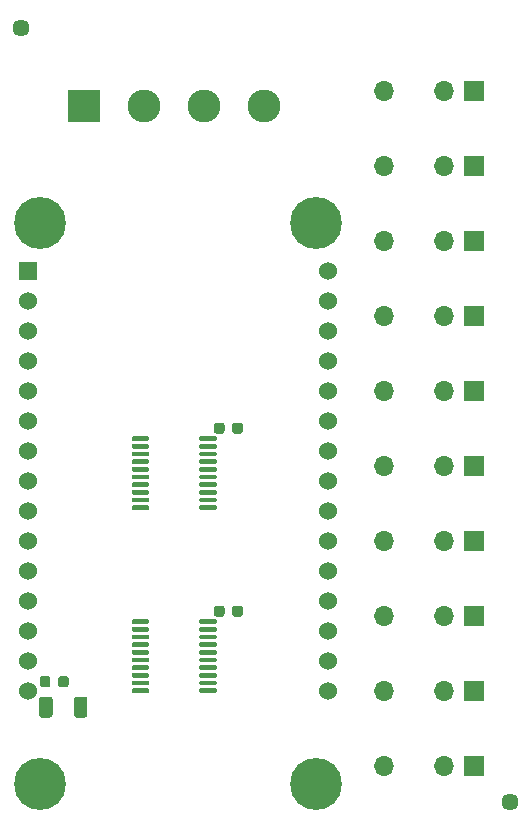
<source format=gbr>
%TF.GenerationSoftware,KiCad,Pcbnew,(5.1.9)-1*%
%TF.CreationDate,2021-06-13T18:55:59+01:00*%
%TF.ProjectId,Controller,436f6e74-726f-46c6-9c65-722e6b696361,rev?*%
%TF.SameCoordinates,Original*%
%TF.FileFunction,Soldermask,Top*%
%TF.FilePolarity,Negative*%
%FSLAX46Y46*%
G04 Gerber Fmt 4.6, Leading zero omitted, Abs format (unit mm)*
G04 Created by KiCad (PCBNEW (5.1.9)-1) date 2021-06-13 18:55:59*
%MOMM*%
%LPD*%
G01*
G04 APERTURE LIST*
%ADD10R,2.780000X2.780000*%
%ADD11C,2.780000*%
%ADD12O,1.700000X1.700000*%
%ADD13R,1.700000X1.700000*%
%ADD14C,1.448000*%
%ADD15C,1.524000*%
%ADD16R,1.524000X1.524000*%
%ADD17C,4.400000*%
G04 APERTURE END LIST*
%TO.C,C4*%
G36*
G01*
X148982000Y-137937001D02*
X148982000Y-136636999D01*
G75*
G02*
X149231999Y-136387000I249999J0D01*
G01*
X149882001Y-136387000D01*
G75*
G02*
X150132000Y-136636999I0J-249999D01*
G01*
X150132000Y-137937001D01*
G75*
G02*
X149882001Y-138187000I-249999J0D01*
G01*
X149231999Y-138187000D01*
G75*
G02*
X148982000Y-137937001I0J249999D01*
G01*
G37*
G36*
G01*
X146032000Y-137937001D02*
X146032000Y-136636999D01*
G75*
G02*
X146281999Y-136387000I249999J0D01*
G01*
X146932001Y-136387000D01*
G75*
G02*
X147182000Y-136636999I0J-249999D01*
G01*
X147182000Y-137937001D01*
G75*
G02*
X146932001Y-138187000I-249999J0D01*
G01*
X146281999Y-138187000D01*
G75*
G02*
X146032000Y-137937001I0J249999D01*
G01*
G37*
%TD*%
%TO.C,C3*%
G36*
G01*
X148545000Y-134878000D02*
X148545000Y-135378000D01*
G75*
G02*
X148320000Y-135603000I-225000J0D01*
G01*
X147870000Y-135603000D01*
G75*
G02*
X147645000Y-135378000I0J225000D01*
G01*
X147645000Y-134878000D01*
G75*
G02*
X147870000Y-134653000I225000J0D01*
G01*
X148320000Y-134653000D01*
G75*
G02*
X148545000Y-134878000I0J-225000D01*
G01*
G37*
G36*
G01*
X146995000Y-134878000D02*
X146995000Y-135378000D01*
G75*
G02*
X146770000Y-135603000I-225000J0D01*
G01*
X146320000Y-135603000D01*
G75*
G02*
X146095000Y-135378000I0J225000D01*
G01*
X146095000Y-134878000D01*
G75*
G02*
X146320000Y-134653000I225000J0D01*
G01*
X146770000Y-134653000D01*
G75*
G02*
X146995000Y-134878000I0J-225000D01*
G01*
G37*
%TD*%
D10*
%TO.C,J11*%
X149860000Y-86360000D03*
D11*
X154940000Y-86360000D03*
X160020000Y-86360000D03*
X165100000Y-86360000D03*
%TD*%
D12*
%TO.C,J5*%
X175260000Y-116840000D03*
X180340000Y-116840000D03*
D13*
X182880000Y-116840000D03*
%TD*%
D14*
%TO.C,H6*%
X185928000Y-145288000D03*
%TD*%
%TO.C,H5*%
X144526000Y-79756000D03*
%TD*%
D15*
%TO.C,U1*%
X170487065Y-100330000D03*
X170487065Y-102870000D03*
X170487065Y-105410000D03*
X170487065Y-107950000D03*
X170487065Y-110490000D03*
X170487065Y-113030000D03*
X170487065Y-115570000D03*
X170487065Y-118110000D03*
X170487065Y-120650000D03*
X170487065Y-123190000D03*
X170487065Y-125730000D03*
X170487065Y-128270000D03*
X170487065Y-130810000D03*
X170487065Y-133350000D03*
X170487065Y-135890000D03*
X145087065Y-135890000D03*
X145087065Y-133350000D03*
X145087065Y-130810000D03*
X145087065Y-128270000D03*
X145087065Y-125730000D03*
X145087065Y-123190000D03*
X145087065Y-120650000D03*
X145087065Y-118110000D03*
X145087065Y-115570000D03*
X145087065Y-113030000D03*
X145087065Y-110490000D03*
X145087065Y-107950000D03*
X145087065Y-105410000D03*
X145087065Y-102870000D03*
D16*
X145087065Y-100330000D03*
%TD*%
D12*
%TO.C,J10*%
X175260000Y-85090000D03*
X180340000Y-85090000D03*
D13*
X182880000Y-85090000D03*
%TD*%
D12*
%TO.C,J9*%
X175260000Y-91440000D03*
X180340000Y-91440000D03*
D13*
X182880000Y-91440000D03*
%TD*%
%TO.C,IC2*%
G36*
G01*
X159605000Y-130144000D02*
X159605000Y-129944000D01*
G75*
G02*
X159705000Y-129844000I100000J0D01*
G01*
X160980000Y-129844000D01*
G75*
G02*
X161080000Y-129944000I0J-100000D01*
G01*
X161080000Y-130144000D01*
G75*
G02*
X160980000Y-130244000I-100000J0D01*
G01*
X159705000Y-130244000D01*
G75*
G02*
X159605000Y-130144000I0J100000D01*
G01*
G37*
G36*
G01*
X159605000Y-130794000D02*
X159605000Y-130594000D01*
G75*
G02*
X159705000Y-130494000I100000J0D01*
G01*
X160980000Y-130494000D01*
G75*
G02*
X161080000Y-130594000I0J-100000D01*
G01*
X161080000Y-130794000D01*
G75*
G02*
X160980000Y-130894000I-100000J0D01*
G01*
X159705000Y-130894000D01*
G75*
G02*
X159605000Y-130794000I0J100000D01*
G01*
G37*
G36*
G01*
X159605000Y-131444000D02*
X159605000Y-131244000D01*
G75*
G02*
X159705000Y-131144000I100000J0D01*
G01*
X160980000Y-131144000D01*
G75*
G02*
X161080000Y-131244000I0J-100000D01*
G01*
X161080000Y-131444000D01*
G75*
G02*
X160980000Y-131544000I-100000J0D01*
G01*
X159705000Y-131544000D01*
G75*
G02*
X159605000Y-131444000I0J100000D01*
G01*
G37*
G36*
G01*
X159605000Y-132094000D02*
X159605000Y-131894000D01*
G75*
G02*
X159705000Y-131794000I100000J0D01*
G01*
X160980000Y-131794000D01*
G75*
G02*
X161080000Y-131894000I0J-100000D01*
G01*
X161080000Y-132094000D01*
G75*
G02*
X160980000Y-132194000I-100000J0D01*
G01*
X159705000Y-132194000D01*
G75*
G02*
X159605000Y-132094000I0J100000D01*
G01*
G37*
G36*
G01*
X159605000Y-132744000D02*
X159605000Y-132544000D01*
G75*
G02*
X159705000Y-132444000I100000J0D01*
G01*
X160980000Y-132444000D01*
G75*
G02*
X161080000Y-132544000I0J-100000D01*
G01*
X161080000Y-132744000D01*
G75*
G02*
X160980000Y-132844000I-100000J0D01*
G01*
X159705000Y-132844000D01*
G75*
G02*
X159605000Y-132744000I0J100000D01*
G01*
G37*
G36*
G01*
X159605000Y-133394000D02*
X159605000Y-133194000D01*
G75*
G02*
X159705000Y-133094000I100000J0D01*
G01*
X160980000Y-133094000D01*
G75*
G02*
X161080000Y-133194000I0J-100000D01*
G01*
X161080000Y-133394000D01*
G75*
G02*
X160980000Y-133494000I-100000J0D01*
G01*
X159705000Y-133494000D01*
G75*
G02*
X159605000Y-133394000I0J100000D01*
G01*
G37*
G36*
G01*
X159605000Y-134044000D02*
X159605000Y-133844000D01*
G75*
G02*
X159705000Y-133744000I100000J0D01*
G01*
X160980000Y-133744000D01*
G75*
G02*
X161080000Y-133844000I0J-100000D01*
G01*
X161080000Y-134044000D01*
G75*
G02*
X160980000Y-134144000I-100000J0D01*
G01*
X159705000Y-134144000D01*
G75*
G02*
X159605000Y-134044000I0J100000D01*
G01*
G37*
G36*
G01*
X159605000Y-134694000D02*
X159605000Y-134494000D01*
G75*
G02*
X159705000Y-134394000I100000J0D01*
G01*
X160980000Y-134394000D01*
G75*
G02*
X161080000Y-134494000I0J-100000D01*
G01*
X161080000Y-134694000D01*
G75*
G02*
X160980000Y-134794000I-100000J0D01*
G01*
X159705000Y-134794000D01*
G75*
G02*
X159605000Y-134694000I0J100000D01*
G01*
G37*
G36*
G01*
X159605000Y-135344000D02*
X159605000Y-135144000D01*
G75*
G02*
X159705000Y-135044000I100000J0D01*
G01*
X160980000Y-135044000D01*
G75*
G02*
X161080000Y-135144000I0J-100000D01*
G01*
X161080000Y-135344000D01*
G75*
G02*
X160980000Y-135444000I-100000J0D01*
G01*
X159705000Y-135444000D01*
G75*
G02*
X159605000Y-135344000I0J100000D01*
G01*
G37*
G36*
G01*
X159605000Y-135994000D02*
X159605000Y-135794000D01*
G75*
G02*
X159705000Y-135694000I100000J0D01*
G01*
X160980000Y-135694000D01*
G75*
G02*
X161080000Y-135794000I0J-100000D01*
G01*
X161080000Y-135994000D01*
G75*
G02*
X160980000Y-136094000I-100000J0D01*
G01*
X159705000Y-136094000D01*
G75*
G02*
X159605000Y-135994000I0J100000D01*
G01*
G37*
G36*
G01*
X153880000Y-135994000D02*
X153880000Y-135794000D01*
G75*
G02*
X153980000Y-135694000I100000J0D01*
G01*
X155255000Y-135694000D01*
G75*
G02*
X155355000Y-135794000I0J-100000D01*
G01*
X155355000Y-135994000D01*
G75*
G02*
X155255000Y-136094000I-100000J0D01*
G01*
X153980000Y-136094000D01*
G75*
G02*
X153880000Y-135994000I0J100000D01*
G01*
G37*
G36*
G01*
X153880000Y-135344000D02*
X153880000Y-135144000D01*
G75*
G02*
X153980000Y-135044000I100000J0D01*
G01*
X155255000Y-135044000D01*
G75*
G02*
X155355000Y-135144000I0J-100000D01*
G01*
X155355000Y-135344000D01*
G75*
G02*
X155255000Y-135444000I-100000J0D01*
G01*
X153980000Y-135444000D01*
G75*
G02*
X153880000Y-135344000I0J100000D01*
G01*
G37*
G36*
G01*
X153880000Y-134694000D02*
X153880000Y-134494000D01*
G75*
G02*
X153980000Y-134394000I100000J0D01*
G01*
X155255000Y-134394000D01*
G75*
G02*
X155355000Y-134494000I0J-100000D01*
G01*
X155355000Y-134694000D01*
G75*
G02*
X155255000Y-134794000I-100000J0D01*
G01*
X153980000Y-134794000D01*
G75*
G02*
X153880000Y-134694000I0J100000D01*
G01*
G37*
G36*
G01*
X153880000Y-134044000D02*
X153880000Y-133844000D01*
G75*
G02*
X153980000Y-133744000I100000J0D01*
G01*
X155255000Y-133744000D01*
G75*
G02*
X155355000Y-133844000I0J-100000D01*
G01*
X155355000Y-134044000D01*
G75*
G02*
X155255000Y-134144000I-100000J0D01*
G01*
X153980000Y-134144000D01*
G75*
G02*
X153880000Y-134044000I0J100000D01*
G01*
G37*
G36*
G01*
X153880000Y-133394000D02*
X153880000Y-133194000D01*
G75*
G02*
X153980000Y-133094000I100000J0D01*
G01*
X155255000Y-133094000D01*
G75*
G02*
X155355000Y-133194000I0J-100000D01*
G01*
X155355000Y-133394000D01*
G75*
G02*
X155255000Y-133494000I-100000J0D01*
G01*
X153980000Y-133494000D01*
G75*
G02*
X153880000Y-133394000I0J100000D01*
G01*
G37*
G36*
G01*
X153880000Y-132744000D02*
X153880000Y-132544000D01*
G75*
G02*
X153980000Y-132444000I100000J0D01*
G01*
X155255000Y-132444000D01*
G75*
G02*
X155355000Y-132544000I0J-100000D01*
G01*
X155355000Y-132744000D01*
G75*
G02*
X155255000Y-132844000I-100000J0D01*
G01*
X153980000Y-132844000D01*
G75*
G02*
X153880000Y-132744000I0J100000D01*
G01*
G37*
G36*
G01*
X153880000Y-132094000D02*
X153880000Y-131894000D01*
G75*
G02*
X153980000Y-131794000I100000J0D01*
G01*
X155255000Y-131794000D01*
G75*
G02*
X155355000Y-131894000I0J-100000D01*
G01*
X155355000Y-132094000D01*
G75*
G02*
X155255000Y-132194000I-100000J0D01*
G01*
X153980000Y-132194000D01*
G75*
G02*
X153880000Y-132094000I0J100000D01*
G01*
G37*
G36*
G01*
X153880000Y-131444000D02*
X153880000Y-131244000D01*
G75*
G02*
X153980000Y-131144000I100000J0D01*
G01*
X155255000Y-131144000D01*
G75*
G02*
X155355000Y-131244000I0J-100000D01*
G01*
X155355000Y-131444000D01*
G75*
G02*
X155255000Y-131544000I-100000J0D01*
G01*
X153980000Y-131544000D01*
G75*
G02*
X153880000Y-131444000I0J100000D01*
G01*
G37*
G36*
G01*
X153880000Y-130794000D02*
X153880000Y-130594000D01*
G75*
G02*
X153980000Y-130494000I100000J0D01*
G01*
X155255000Y-130494000D01*
G75*
G02*
X155355000Y-130594000I0J-100000D01*
G01*
X155355000Y-130794000D01*
G75*
G02*
X155255000Y-130894000I-100000J0D01*
G01*
X153980000Y-130894000D01*
G75*
G02*
X153880000Y-130794000I0J100000D01*
G01*
G37*
G36*
G01*
X153880000Y-130144000D02*
X153880000Y-129944000D01*
G75*
G02*
X153980000Y-129844000I100000J0D01*
G01*
X155255000Y-129844000D01*
G75*
G02*
X155355000Y-129944000I0J-100000D01*
G01*
X155355000Y-130144000D01*
G75*
G02*
X155255000Y-130244000I-100000J0D01*
G01*
X153980000Y-130244000D01*
G75*
G02*
X153880000Y-130144000I0J100000D01*
G01*
G37*
%TD*%
%TO.C,IC1*%
G36*
G01*
X159605000Y-114650000D02*
X159605000Y-114450000D01*
G75*
G02*
X159705000Y-114350000I100000J0D01*
G01*
X160980000Y-114350000D01*
G75*
G02*
X161080000Y-114450000I0J-100000D01*
G01*
X161080000Y-114650000D01*
G75*
G02*
X160980000Y-114750000I-100000J0D01*
G01*
X159705000Y-114750000D01*
G75*
G02*
X159605000Y-114650000I0J100000D01*
G01*
G37*
G36*
G01*
X159605000Y-115300000D02*
X159605000Y-115100000D01*
G75*
G02*
X159705000Y-115000000I100000J0D01*
G01*
X160980000Y-115000000D01*
G75*
G02*
X161080000Y-115100000I0J-100000D01*
G01*
X161080000Y-115300000D01*
G75*
G02*
X160980000Y-115400000I-100000J0D01*
G01*
X159705000Y-115400000D01*
G75*
G02*
X159605000Y-115300000I0J100000D01*
G01*
G37*
G36*
G01*
X159605000Y-115950000D02*
X159605000Y-115750000D01*
G75*
G02*
X159705000Y-115650000I100000J0D01*
G01*
X160980000Y-115650000D01*
G75*
G02*
X161080000Y-115750000I0J-100000D01*
G01*
X161080000Y-115950000D01*
G75*
G02*
X160980000Y-116050000I-100000J0D01*
G01*
X159705000Y-116050000D01*
G75*
G02*
X159605000Y-115950000I0J100000D01*
G01*
G37*
G36*
G01*
X159605000Y-116600000D02*
X159605000Y-116400000D01*
G75*
G02*
X159705000Y-116300000I100000J0D01*
G01*
X160980000Y-116300000D01*
G75*
G02*
X161080000Y-116400000I0J-100000D01*
G01*
X161080000Y-116600000D01*
G75*
G02*
X160980000Y-116700000I-100000J0D01*
G01*
X159705000Y-116700000D01*
G75*
G02*
X159605000Y-116600000I0J100000D01*
G01*
G37*
G36*
G01*
X159605000Y-117250000D02*
X159605000Y-117050000D01*
G75*
G02*
X159705000Y-116950000I100000J0D01*
G01*
X160980000Y-116950000D01*
G75*
G02*
X161080000Y-117050000I0J-100000D01*
G01*
X161080000Y-117250000D01*
G75*
G02*
X160980000Y-117350000I-100000J0D01*
G01*
X159705000Y-117350000D01*
G75*
G02*
X159605000Y-117250000I0J100000D01*
G01*
G37*
G36*
G01*
X159605000Y-117900000D02*
X159605000Y-117700000D01*
G75*
G02*
X159705000Y-117600000I100000J0D01*
G01*
X160980000Y-117600000D01*
G75*
G02*
X161080000Y-117700000I0J-100000D01*
G01*
X161080000Y-117900000D01*
G75*
G02*
X160980000Y-118000000I-100000J0D01*
G01*
X159705000Y-118000000D01*
G75*
G02*
X159605000Y-117900000I0J100000D01*
G01*
G37*
G36*
G01*
X159605000Y-118550000D02*
X159605000Y-118350000D01*
G75*
G02*
X159705000Y-118250000I100000J0D01*
G01*
X160980000Y-118250000D01*
G75*
G02*
X161080000Y-118350000I0J-100000D01*
G01*
X161080000Y-118550000D01*
G75*
G02*
X160980000Y-118650000I-100000J0D01*
G01*
X159705000Y-118650000D01*
G75*
G02*
X159605000Y-118550000I0J100000D01*
G01*
G37*
G36*
G01*
X159605000Y-119200000D02*
X159605000Y-119000000D01*
G75*
G02*
X159705000Y-118900000I100000J0D01*
G01*
X160980000Y-118900000D01*
G75*
G02*
X161080000Y-119000000I0J-100000D01*
G01*
X161080000Y-119200000D01*
G75*
G02*
X160980000Y-119300000I-100000J0D01*
G01*
X159705000Y-119300000D01*
G75*
G02*
X159605000Y-119200000I0J100000D01*
G01*
G37*
G36*
G01*
X159605000Y-119850000D02*
X159605000Y-119650000D01*
G75*
G02*
X159705000Y-119550000I100000J0D01*
G01*
X160980000Y-119550000D01*
G75*
G02*
X161080000Y-119650000I0J-100000D01*
G01*
X161080000Y-119850000D01*
G75*
G02*
X160980000Y-119950000I-100000J0D01*
G01*
X159705000Y-119950000D01*
G75*
G02*
X159605000Y-119850000I0J100000D01*
G01*
G37*
G36*
G01*
X159605000Y-120500000D02*
X159605000Y-120300000D01*
G75*
G02*
X159705000Y-120200000I100000J0D01*
G01*
X160980000Y-120200000D01*
G75*
G02*
X161080000Y-120300000I0J-100000D01*
G01*
X161080000Y-120500000D01*
G75*
G02*
X160980000Y-120600000I-100000J0D01*
G01*
X159705000Y-120600000D01*
G75*
G02*
X159605000Y-120500000I0J100000D01*
G01*
G37*
G36*
G01*
X153880000Y-120500000D02*
X153880000Y-120300000D01*
G75*
G02*
X153980000Y-120200000I100000J0D01*
G01*
X155255000Y-120200000D01*
G75*
G02*
X155355000Y-120300000I0J-100000D01*
G01*
X155355000Y-120500000D01*
G75*
G02*
X155255000Y-120600000I-100000J0D01*
G01*
X153980000Y-120600000D01*
G75*
G02*
X153880000Y-120500000I0J100000D01*
G01*
G37*
G36*
G01*
X153880000Y-119850000D02*
X153880000Y-119650000D01*
G75*
G02*
X153980000Y-119550000I100000J0D01*
G01*
X155255000Y-119550000D01*
G75*
G02*
X155355000Y-119650000I0J-100000D01*
G01*
X155355000Y-119850000D01*
G75*
G02*
X155255000Y-119950000I-100000J0D01*
G01*
X153980000Y-119950000D01*
G75*
G02*
X153880000Y-119850000I0J100000D01*
G01*
G37*
G36*
G01*
X153880000Y-119200000D02*
X153880000Y-119000000D01*
G75*
G02*
X153980000Y-118900000I100000J0D01*
G01*
X155255000Y-118900000D01*
G75*
G02*
X155355000Y-119000000I0J-100000D01*
G01*
X155355000Y-119200000D01*
G75*
G02*
X155255000Y-119300000I-100000J0D01*
G01*
X153980000Y-119300000D01*
G75*
G02*
X153880000Y-119200000I0J100000D01*
G01*
G37*
G36*
G01*
X153880000Y-118550000D02*
X153880000Y-118350000D01*
G75*
G02*
X153980000Y-118250000I100000J0D01*
G01*
X155255000Y-118250000D01*
G75*
G02*
X155355000Y-118350000I0J-100000D01*
G01*
X155355000Y-118550000D01*
G75*
G02*
X155255000Y-118650000I-100000J0D01*
G01*
X153980000Y-118650000D01*
G75*
G02*
X153880000Y-118550000I0J100000D01*
G01*
G37*
G36*
G01*
X153880000Y-117900000D02*
X153880000Y-117700000D01*
G75*
G02*
X153980000Y-117600000I100000J0D01*
G01*
X155255000Y-117600000D01*
G75*
G02*
X155355000Y-117700000I0J-100000D01*
G01*
X155355000Y-117900000D01*
G75*
G02*
X155255000Y-118000000I-100000J0D01*
G01*
X153980000Y-118000000D01*
G75*
G02*
X153880000Y-117900000I0J100000D01*
G01*
G37*
G36*
G01*
X153880000Y-117250000D02*
X153880000Y-117050000D01*
G75*
G02*
X153980000Y-116950000I100000J0D01*
G01*
X155255000Y-116950000D01*
G75*
G02*
X155355000Y-117050000I0J-100000D01*
G01*
X155355000Y-117250000D01*
G75*
G02*
X155255000Y-117350000I-100000J0D01*
G01*
X153980000Y-117350000D01*
G75*
G02*
X153880000Y-117250000I0J100000D01*
G01*
G37*
G36*
G01*
X153880000Y-116600000D02*
X153880000Y-116400000D01*
G75*
G02*
X153980000Y-116300000I100000J0D01*
G01*
X155255000Y-116300000D01*
G75*
G02*
X155355000Y-116400000I0J-100000D01*
G01*
X155355000Y-116600000D01*
G75*
G02*
X155255000Y-116700000I-100000J0D01*
G01*
X153980000Y-116700000D01*
G75*
G02*
X153880000Y-116600000I0J100000D01*
G01*
G37*
G36*
G01*
X153880000Y-115950000D02*
X153880000Y-115750000D01*
G75*
G02*
X153980000Y-115650000I100000J0D01*
G01*
X155255000Y-115650000D01*
G75*
G02*
X155355000Y-115750000I0J-100000D01*
G01*
X155355000Y-115950000D01*
G75*
G02*
X155255000Y-116050000I-100000J0D01*
G01*
X153980000Y-116050000D01*
G75*
G02*
X153880000Y-115950000I0J100000D01*
G01*
G37*
G36*
G01*
X153880000Y-115300000D02*
X153880000Y-115100000D01*
G75*
G02*
X153980000Y-115000000I100000J0D01*
G01*
X155255000Y-115000000D01*
G75*
G02*
X155355000Y-115100000I0J-100000D01*
G01*
X155355000Y-115300000D01*
G75*
G02*
X155255000Y-115400000I-100000J0D01*
G01*
X153980000Y-115400000D01*
G75*
G02*
X153880000Y-115300000I0J100000D01*
G01*
G37*
G36*
G01*
X153880000Y-114650000D02*
X153880000Y-114450000D01*
G75*
G02*
X153980000Y-114350000I100000J0D01*
G01*
X155255000Y-114350000D01*
G75*
G02*
X155355000Y-114450000I0J-100000D01*
G01*
X155355000Y-114650000D01*
G75*
G02*
X155255000Y-114750000I-100000J0D01*
G01*
X153980000Y-114750000D01*
G75*
G02*
X153880000Y-114650000I0J100000D01*
G01*
G37*
%TD*%
%TO.C,C2*%
G36*
G01*
X162390000Y-129409000D02*
X162390000Y-128909000D01*
G75*
G02*
X162615000Y-128684000I225000J0D01*
G01*
X163065000Y-128684000D01*
G75*
G02*
X163290000Y-128909000I0J-225000D01*
G01*
X163290000Y-129409000D01*
G75*
G02*
X163065000Y-129634000I-225000J0D01*
G01*
X162615000Y-129634000D01*
G75*
G02*
X162390000Y-129409000I0J225000D01*
G01*
G37*
G36*
G01*
X160840000Y-129409000D02*
X160840000Y-128909000D01*
G75*
G02*
X161065000Y-128684000I225000J0D01*
G01*
X161515000Y-128684000D01*
G75*
G02*
X161740000Y-128909000I0J-225000D01*
G01*
X161740000Y-129409000D01*
G75*
G02*
X161515000Y-129634000I-225000J0D01*
G01*
X161065000Y-129634000D01*
G75*
G02*
X160840000Y-129409000I0J225000D01*
G01*
G37*
%TD*%
%TO.C,C1*%
G36*
G01*
X162390000Y-113915000D02*
X162390000Y-113415000D01*
G75*
G02*
X162615000Y-113190000I225000J0D01*
G01*
X163065000Y-113190000D01*
G75*
G02*
X163290000Y-113415000I0J-225000D01*
G01*
X163290000Y-113915000D01*
G75*
G02*
X163065000Y-114140000I-225000J0D01*
G01*
X162615000Y-114140000D01*
G75*
G02*
X162390000Y-113915000I0J225000D01*
G01*
G37*
G36*
G01*
X160840000Y-113915000D02*
X160840000Y-113415000D01*
G75*
G02*
X161065000Y-113190000I225000J0D01*
G01*
X161515000Y-113190000D01*
G75*
G02*
X161740000Y-113415000I0J-225000D01*
G01*
X161740000Y-113915000D01*
G75*
G02*
X161515000Y-114140000I-225000J0D01*
G01*
X161065000Y-114140000D01*
G75*
G02*
X160840000Y-113915000I0J225000D01*
G01*
G37*
%TD*%
D12*
%TO.C,J6*%
X175260000Y-110490000D03*
X180340000Y-110490000D03*
D13*
X182880000Y-110490000D03*
%TD*%
D17*
%TO.C,H1*%
X146075400Y-96291400D03*
%TD*%
D12*
%TO.C,J4*%
X175260000Y-123190000D03*
X180340000Y-123190000D03*
D13*
X182880000Y-123190000D03*
%TD*%
D12*
%TO.C,J3*%
X175260000Y-129540000D03*
X180340000Y-129540000D03*
D13*
X182880000Y-129540000D03*
%TD*%
D17*
%TO.C,H2*%
X169468800Y-96291400D03*
%TD*%
D12*
%TO.C,J8*%
X175260000Y-97790000D03*
X180340000Y-97790000D03*
D13*
X182880000Y-97790000D03*
%TD*%
D12*
%TO.C,J7*%
X175260000Y-104140000D03*
X180340000Y-104140000D03*
D13*
X182880000Y-104140000D03*
%TD*%
D17*
%TO.C,H3*%
X146075400Y-143764000D03*
%TD*%
D12*
%TO.C,J2*%
X175260000Y-135890000D03*
X180340000Y-135890000D03*
D13*
X182880000Y-135890000D03*
%TD*%
D12*
%TO.C,J1*%
X175260000Y-142240000D03*
X180340000Y-142240000D03*
D13*
X182880000Y-142240000D03*
%TD*%
D17*
%TO.C,H4*%
X169494200Y-143789400D03*
%TD*%
M02*

</source>
